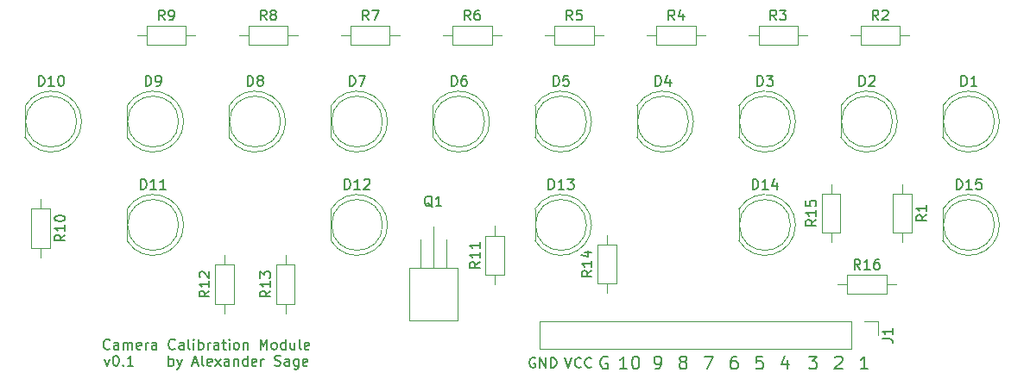
<source format=gbr>
%TF.GenerationSoftware,KiCad,Pcbnew,(6.0.9)*%
%TF.CreationDate,2023-01-08T16:32:16+01:00*%
%TF.ProjectId,led-counter,6c65642d-636f-4756-9e74-65722e6b6963,0.1*%
%TF.SameCoordinates,Original*%
%TF.FileFunction,Legend,Top*%
%TF.FilePolarity,Positive*%
%FSLAX46Y46*%
G04 Gerber Fmt 4.6, Leading zero omitted, Abs format (unit mm)*
G04 Created by KiCad (PCBNEW (6.0.9)) date 2023-01-08 16:32:16*
%MOMM*%
%LPD*%
G01*
G04 APERTURE LIST*
%ADD10C,0.150000*%
%ADD11C,0.200000*%
%ADD12C,0.120000*%
G04 APERTURE END LIST*
D10*
X60773809Y-83302142D02*
X60726190Y-83349761D01*
X60583333Y-83397380D01*
X60488095Y-83397380D01*
X60345238Y-83349761D01*
X60250000Y-83254523D01*
X60202380Y-83159285D01*
X60154761Y-82968809D01*
X60154761Y-82825952D01*
X60202380Y-82635476D01*
X60250000Y-82540238D01*
X60345238Y-82445000D01*
X60488095Y-82397380D01*
X60583333Y-82397380D01*
X60726190Y-82445000D01*
X60773809Y-82492619D01*
X61630952Y-83397380D02*
X61630952Y-82873571D01*
X61583333Y-82778333D01*
X61488095Y-82730714D01*
X61297619Y-82730714D01*
X61202380Y-82778333D01*
X61630952Y-83349761D02*
X61535714Y-83397380D01*
X61297619Y-83397380D01*
X61202380Y-83349761D01*
X61154761Y-83254523D01*
X61154761Y-83159285D01*
X61202380Y-83064047D01*
X61297619Y-83016428D01*
X61535714Y-83016428D01*
X61630952Y-82968809D01*
X62107142Y-83397380D02*
X62107142Y-82730714D01*
X62107142Y-82825952D02*
X62154761Y-82778333D01*
X62250000Y-82730714D01*
X62392857Y-82730714D01*
X62488095Y-82778333D01*
X62535714Y-82873571D01*
X62535714Y-83397380D01*
X62535714Y-82873571D02*
X62583333Y-82778333D01*
X62678571Y-82730714D01*
X62821428Y-82730714D01*
X62916666Y-82778333D01*
X62964285Y-82873571D01*
X62964285Y-83397380D01*
X63821428Y-83349761D02*
X63726190Y-83397380D01*
X63535714Y-83397380D01*
X63440476Y-83349761D01*
X63392857Y-83254523D01*
X63392857Y-82873571D01*
X63440476Y-82778333D01*
X63535714Y-82730714D01*
X63726190Y-82730714D01*
X63821428Y-82778333D01*
X63869047Y-82873571D01*
X63869047Y-82968809D01*
X63392857Y-83064047D01*
X64297619Y-83397380D02*
X64297619Y-82730714D01*
X64297619Y-82921190D02*
X64345238Y-82825952D01*
X64392857Y-82778333D01*
X64488095Y-82730714D01*
X64583333Y-82730714D01*
X65345238Y-83397380D02*
X65345238Y-82873571D01*
X65297619Y-82778333D01*
X65202380Y-82730714D01*
X65011904Y-82730714D01*
X64916666Y-82778333D01*
X65345238Y-83349761D02*
X65250000Y-83397380D01*
X65011904Y-83397380D01*
X64916666Y-83349761D01*
X64869047Y-83254523D01*
X64869047Y-83159285D01*
X64916666Y-83064047D01*
X65011904Y-83016428D01*
X65250000Y-83016428D01*
X65345238Y-82968809D01*
X67154761Y-83302142D02*
X67107142Y-83349761D01*
X66964285Y-83397380D01*
X66869047Y-83397380D01*
X66726190Y-83349761D01*
X66630952Y-83254523D01*
X66583333Y-83159285D01*
X66535714Y-82968809D01*
X66535714Y-82825952D01*
X66583333Y-82635476D01*
X66630952Y-82540238D01*
X66726190Y-82445000D01*
X66869047Y-82397380D01*
X66964285Y-82397380D01*
X67107142Y-82445000D01*
X67154761Y-82492619D01*
X68011904Y-83397380D02*
X68011904Y-82873571D01*
X67964285Y-82778333D01*
X67869047Y-82730714D01*
X67678571Y-82730714D01*
X67583333Y-82778333D01*
X68011904Y-83349761D02*
X67916666Y-83397380D01*
X67678571Y-83397380D01*
X67583333Y-83349761D01*
X67535714Y-83254523D01*
X67535714Y-83159285D01*
X67583333Y-83064047D01*
X67678571Y-83016428D01*
X67916666Y-83016428D01*
X68011904Y-82968809D01*
X68630952Y-83397380D02*
X68535714Y-83349761D01*
X68488095Y-83254523D01*
X68488095Y-82397380D01*
X69011904Y-83397380D02*
X69011904Y-82730714D01*
X69011904Y-82397380D02*
X68964285Y-82445000D01*
X69011904Y-82492619D01*
X69059523Y-82445000D01*
X69011904Y-82397380D01*
X69011904Y-82492619D01*
X69488095Y-83397380D02*
X69488095Y-82397380D01*
X69488095Y-82778333D02*
X69583333Y-82730714D01*
X69773809Y-82730714D01*
X69869047Y-82778333D01*
X69916666Y-82825952D01*
X69964285Y-82921190D01*
X69964285Y-83206904D01*
X69916666Y-83302142D01*
X69869047Y-83349761D01*
X69773809Y-83397380D01*
X69583333Y-83397380D01*
X69488095Y-83349761D01*
X70392857Y-83397380D02*
X70392857Y-82730714D01*
X70392857Y-82921190D02*
X70440476Y-82825952D01*
X70488095Y-82778333D01*
X70583333Y-82730714D01*
X70678571Y-82730714D01*
X71440476Y-83397380D02*
X71440476Y-82873571D01*
X71392857Y-82778333D01*
X71297619Y-82730714D01*
X71107142Y-82730714D01*
X71011904Y-82778333D01*
X71440476Y-83349761D02*
X71345238Y-83397380D01*
X71107142Y-83397380D01*
X71011904Y-83349761D01*
X70964285Y-83254523D01*
X70964285Y-83159285D01*
X71011904Y-83064047D01*
X71107142Y-83016428D01*
X71345238Y-83016428D01*
X71440476Y-82968809D01*
X71773809Y-82730714D02*
X72154761Y-82730714D01*
X71916666Y-82397380D02*
X71916666Y-83254523D01*
X71964285Y-83349761D01*
X72059523Y-83397380D01*
X72154761Y-83397380D01*
X72488095Y-83397380D02*
X72488095Y-82730714D01*
X72488095Y-82397380D02*
X72440476Y-82445000D01*
X72488095Y-82492619D01*
X72535714Y-82445000D01*
X72488095Y-82397380D01*
X72488095Y-82492619D01*
X73107142Y-83397380D02*
X73011904Y-83349761D01*
X72964285Y-83302142D01*
X72916666Y-83206904D01*
X72916666Y-82921190D01*
X72964285Y-82825952D01*
X73011904Y-82778333D01*
X73107142Y-82730714D01*
X73250000Y-82730714D01*
X73345238Y-82778333D01*
X73392857Y-82825952D01*
X73440476Y-82921190D01*
X73440476Y-83206904D01*
X73392857Y-83302142D01*
X73345238Y-83349761D01*
X73250000Y-83397380D01*
X73107142Y-83397380D01*
X73869047Y-82730714D02*
X73869047Y-83397380D01*
X73869047Y-82825952D02*
X73916666Y-82778333D01*
X74011904Y-82730714D01*
X74154761Y-82730714D01*
X74250000Y-82778333D01*
X74297619Y-82873571D01*
X74297619Y-83397380D01*
X75535714Y-83397380D02*
X75535714Y-82397380D01*
X75869047Y-83111666D01*
X76202380Y-82397380D01*
X76202380Y-83397380D01*
X76821428Y-83397380D02*
X76726190Y-83349761D01*
X76678571Y-83302142D01*
X76630952Y-83206904D01*
X76630952Y-82921190D01*
X76678571Y-82825952D01*
X76726190Y-82778333D01*
X76821428Y-82730714D01*
X76964285Y-82730714D01*
X77059523Y-82778333D01*
X77107142Y-82825952D01*
X77154761Y-82921190D01*
X77154761Y-83206904D01*
X77107142Y-83302142D01*
X77059523Y-83349761D01*
X76964285Y-83397380D01*
X76821428Y-83397380D01*
X78011904Y-83397380D02*
X78011904Y-82397380D01*
X78011904Y-83349761D02*
X77916666Y-83397380D01*
X77726190Y-83397380D01*
X77630952Y-83349761D01*
X77583333Y-83302142D01*
X77535714Y-83206904D01*
X77535714Y-82921190D01*
X77583333Y-82825952D01*
X77630952Y-82778333D01*
X77726190Y-82730714D01*
X77916666Y-82730714D01*
X78011904Y-82778333D01*
X78916666Y-82730714D02*
X78916666Y-83397380D01*
X78488095Y-82730714D02*
X78488095Y-83254523D01*
X78535714Y-83349761D01*
X78630952Y-83397380D01*
X78773809Y-83397380D01*
X78869047Y-83349761D01*
X78916666Y-83302142D01*
X79535714Y-83397380D02*
X79440476Y-83349761D01*
X79392857Y-83254523D01*
X79392857Y-82397380D01*
X80297619Y-83349761D02*
X80202380Y-83397380D01*
X80011904Y-83397380D01*
X79916666Y-83349761D01*
X79869047Y-83254523D01*
X79869047Y-82873571D01*
X79916666Y-82778333D01*
X80011904Y-82730714D01*
X80202380Y-82730714D01*
X80297619Y-82778333D01*
X80345238Y-82873571D01*
X80345238Y-82968809D01*
X79869047Y-83064047D01*
X60273809Y-84340714D02*
X60511904Y-85007380D01*
X60750000Y-84340714D01*
X61321428Y-84007380D02*
X61416666Y-84007380D01*
X61511904Y-84055000D01*
X61559523Y-84102619D01*
X61607142Y-84197857D01*
X61654761Y-84388333D01*
X61654761Y-84626428D01*
X61607142Y-84816904D01*
X61559523Y-84912142D01*
X61511904Y-84959761D01*
X61416666Y-85007380D01*
X61321428Y-85007380D01*
X61226190Y-84959761D01*
X61178571Y-84912142D01*
X61130952Y-84816904D01*
X61083333Y-84626428D01*
X61083333Y-84388333D01*
X61130952Y-84197857D01*
X61178571Y-84102619D01*
X61226190Y-84055000D01*
X61321428Y-84007380D01*
X62083333Y-84912142D02*
X62130952Y-84959761D01*
X62083333Y-85007380D01*
X62035714Y-84959761D01*
X62083333Y-84912142D01*
X62083333Y-85007380D01*
X63083333Y-85007380D02*
X62511904Y-85007380D01*
X62797619Y-85007380D02*
X62797619Y-84007380D01*
X62702380Y-84150238D01*
X62607142Y-84245476D01*
X62511904Y-84293095D01*
X66559523Y-85007380D02*
X66559523Y-84007380D01*
X66559523Y-84388333D02*
X66654761Y-84340714D01*
X66845238Y-84340714D01*
X66940476Y-84388333D01*
X66988095Y-84435952D01*
X67035714Y-84531190D01*
X67035714Y-84816904D01*
X66988095Y-84912142D01*
X66940476Y-84959761D01*
X66845238Y-85007380D01*
X66654761Y-85007380D01*
X66559523Y-84959761D01*
X67369047Y-84340714D02*
X67607142Y-85007380D01*
X67845238Y-84340714D02*
X67607142Y-85007380D01*
X67511904Y-85245476D01*
X67464285Y-85293095D01*
X67369047Y-85340714D01*
X68940476Y-84721666D02*
X69416666Y-84721666D01*
X68845238Y-85007380D02*
X69178571Y-84007380D01*
X69511904Y-85007380D01*
X69988095Y-85007380D02*
X69892857Y-84959761D01*
X69845238Y-84864523D01*
X69845238Y-84007380D01*
X70750000Y-84959761D02*
X70654761Y-85007380D01*
X70464285Y-85007380D01*
X70369047Y-84959761D01*
X70321428Y-84864523D01*
X70321428Y-84483571D01*
X70369047Y-84388333D01*
X70464285Y-84340714D01*
X70654761Y-84340714D01*
X70750000Y-84388333D01*
X70797619Y-84483571D01*
X70797619Y-84578809D01*
X70321428Y-84674047D01*
X71130952Y-85007380D02*
X71654761Y-84340714D01*
X71130952Y-84340714D02*
X71654761Y-85007380D01*
X72464285Y-85007380D02*
X72464285Y-84483571D01*
X72416666Y-84388333D01*
X72321428Y-84340714D01*
X72130952Y-84340714D01*
X72035714Y-84388333D01*
X72464285Y-84959761D02*
X72369047Y-85007380D01*
X72130952Y-85007380D01*
X72035714Y-84959761D01*
X71988095Y-84864523D01*
X71988095Y-84769285D01*
X72035714Y-84674047D01*
X72130952Y-84626428D01*
X72369047Y-84626428D01*
X72464285Y-84578809D01*
X72940476Y-84340714D02*
X72940476Y-85007380D01*
X72940476Y-84435952D02*
X72988095Y-84388333D01*
X73083333Y-84340714D01*
X73226190Y-84340714D01*
X73321428Y-84388333D01*
X73369047Y-84483571D01*
X73369047Y-85007380D01*
X74273809Y-85007380D02*
X74273809Y-84007380D01*
X74273809Y-84959761D02*
X74178571Y-85007380D01*
X73988095Y-85007380D01*
X73892857Y-84959761D01*
X73845238Y-84912142D01*
X73797619Y-84816904D01*
X73797619Y-84531190D01*
X73845238Y-84435952D01*
X73892857Y-84388333D01*
X73988095Y-84340714D01*
X74178571Y-84340714D01*
X74273809Y-84388333D01*
X75130952Y-84959761D02*
X75035714Y-85007380D01*
X74845238Y-85007380D01*
X74750000Y-84959761D01*
X74702380Y-84864523D01*
X74702380Y-84483571D01*
X74750000Y-84388333D01*
X74845238Y-84340714D01*
X75035714Y-84340714D01*
X75130952Y-84388333D01*
X75178571Y-84483571D01*
X75178571Y-84578809D01*
X74702380Y-84674047D01*
X75607142Y-85007380D02*
X75607142Y-84340714D01*
X75607142Y-84531190D02*
X75654761Y-84435952D01*
X75702380Y-84388333D01*
X75797619Y-84340714D01*
X75892857Y-84340714D01*
X76940476Y-84959761D02*
X77083333Y-85007380D01*
X77321428Y-85007380D01*
X77416666Y-84959761D01*
X77464285Y-84912142D01*
X77511904Y-84816904D01*
X77511904Y-84721666D01*
X77464285Y-84626428D01*
X77416666Y-84578809D01*
X77321428Y-84531190D01*
X77130952Y-84483571D01*
X77035714Y-84435952D01*
X76988095Y-84388333D01*
X76940476Y-84293095D01*
X76940476Y-84197857D01*
X76988095Y-84102619D01*
X77035714Y-84055000D01*
X77130952Y-84007380D01*
X77369047Y-84007380D01*
X77511904Y-84055000D01*
X78369047Y-85007380D02*
X78369047Y-84483571D01*
X78321428Y-84388333D01*
X78226190Y-84340714D01*
X78035714Y-84340714D01*
X77940476Y-84388333D01*
X78369047Y-84959761D02*
X78273809Y-85007380D01*
X78035714Y-85007380D01*
X77940476Y-84959761D01*
X77892857Y-84864523D01*
X77892857Y-84769285D01*
X77940476Y-84674047D01*
X78035714Y-84626428D01*
X78273809Y-84626428D01*
X78369047Y-84578809D01*
X79273809Y-84340714D02*
X79273809Y-85150238D01*
X79226190Y-85245476D01*
X79178571Y-85293095D01*
X79083333Y-85340714D01*
X78940476Y-85340714D01*
X78845238Y-85293095D01*
X79273809Y-84959761D02*
X79178571Y-85007380D01*
X78988095Y-85007380D01*
X78892857Y-84959761D01*
X78845238Y-84912142D01*
X78797619Y-84816904D01*
X78797619Y-84531190D01*
X78845238Y-84435952D01*
X78892857Y-84388333D01*
X78988095Y-84340714D01*
X79178571Y-84340714D01*
X79273809Y-84388333D01*
X80130952Y-84959761D02*
X80035714Y-85007380D01*
X79845238Y-85007380D01*
X79750000Y-84959761D01*
X79702380Y-84864523D01*
X79702380Y-84483571D01*
X79750000Y-84388333D01*
X79845238Y-84340714D01*
X80035714Y-84340714D01*
X80130952Y-84388333D01*
X80178571Y-84483571D01*
X80178571Y-84578809D01*
X79702380Y-84674047D01*
D11*
X109577380Y-84125000D02*
X109458333Y-84065476D01*
X109279761Y-84065476D01*
X109101190Y-84125000D01*
X108982142Y-84244047D01*
X108922619Y-84363095D01*
X108863095Y-84601190D01*
X108863095Y-84779761D01*
X108922619Y-85017857D01*
X108982142Y-85136904D01*
X109101190Y-85255952D01*
X109279761Y-85315476D01*
X109398809Y-85315476D01*
X109577380Y-85255952D01*
X109636904Y-85196428D01*
X109636904Y-84779761D01*
X109398809Y-84779761D01*
D10*
X102488095Y-84250000D02*
X102392857Y-84202380D01*
X102250000Y-84202380D01*
X102107142Y-84250000D01*
X102011904Y-84345238D01*
X101964285Y-84440476D01*
X101916666Y-84630952D01*
X101916666Y-84773809D01*
X101964285Y-84964285D01*
X102011904Y-85059523D01*
X102107142Y-85154761D01*
X102250000Y-85202380D01*
X102345238Y-85202380D01*
X102488095Y-85154761D01*
X102535714Y-85107142D01*
X102535714Y-84773809D01*
X102345238Y-84773809D01*
X102964285Y-85202380D02*
X102964285Y-84202380D01*
X103535714Y-85202380D01*
X103535714Y-84202380D01*
X104011904Y-85202380D02*
X104011904Y-84202380D01*
X104250000Y-84202380D01*
X104392857Y-84250000D01*
X104488095Y-84345238D01*
X104535714Y-84440476D01*
X104583333Y-84630952D01*
X104583333Y-84773809D01*
X104535714Y-84964285D01*
X104488095Y-85059523D01*
X104392857Y-85154761D01*
X104250000Y-85202380D01*
X104011904Y-85202380D01*
X105416666Y-84202380D02*
X105750000Y-85202380D01*
X106083333Y-84202380D01*
X106988095Y-85107142D02*
X106940476Y-85154761D01*
X106797619Y-85202380D01*
X106702380Y-85202380D01*
X106559523Y-85154761D01*
X106464285Y-85059523D01*
X106416666Y-84964285D01*
X106369047Y-84773809D01*
X106369047Y-84630952D01*
X106416666Y-84440476D01*
X106464285Y-84345238D01*
X106559523Y-84250000D01*
X106702380Y-84202380D01*
X106797619Y-84202380D01*
X106940476Y-84250000D01*
X106988095Y-84297619D01*
X107988095Y-85107142D02*
X107940476Y-85154761D01*
X107797619Y-85202380D01*
X107702380Y-85202380D01*
X107559523Y-85154761D01*
X107464285Y-85059523D01*
X107416666Y-84964285D01*
X107369047Y-84773809D01*
X107369047Y-84630952D01*
X107416666Y-84440476D01*
X107464285Y-84345238D01*
X107559523Y-84250000D01*
X107702380Y-84202380D01*
X107797619Y-84202380D01*
X107940476Y-84250000D01*
X107988095Y-84297619D01*
D11*
X111511904Y-85315476D02*
X110797619Y-85315476D01*
X111154761Y-85315476D02*
X111154761Y-84065476D01*
X111035714Y-84244047D01*
X110916666Y-84363095D01*
X110797619Y-84422619D01*
X112285714Y-84065476D02*
X112404761Y-84065476D01*
X112523809Y-84125000D01*
X112583333Y-84184523D01*
X112642857Y-84303571D01*
X112702380Y-84541666D01*
X112702380Y-84839285D01*
X112642857Y-85077380D01*
X112583333Y-85196428D01*
X112523809Y-85255952D01*
X112404761Y-85315476D01*
X112285714Y-85315476D01*
X112166666Y-85255952D01*
X112107142Y-85196428D01*
X112047619Y-85077380D01*
X111988095Y-84839285D01*
X111988095Y-84541666D01*
X112047619Y-84303571D01*
X112107142Y-84184523D01*
X112166666Y-84125000D01*
X112285714Y-84065476D01*
X114261904Y-85315476D02*
X114500000Y-85315476D01*
X114619047Y-85255952D01*
X114678571Y-85196428D01*
X114797619Y-85017857D01*
X114857142Y-84779761D01*
X114857142Y-84303571D01*
X114797619Y-84184523D01*
X114738095Y-84125000D01*
X114619047Y-84065476D01*
X114380952Y-84065476D01*
X114261904Y-84125000D01*
X114202380Y-84184523D01*
X114142857Y-84303571D01*
X114142857Y-84601190D01*
X114202380Y-84720238D01*
X114261904Y-84779761D01*
X114380952Y-84839285D01*
X114619047Y-84839285D01*
X114738095Y-84779761D01*
X114797619Y-84720238D01*
X114857142Y-84601190D01*
X116880952Y-84601190D02*
X116761904Y-84541666D01*
X116702380Y-84482142D01*
X116642857Y-84363095D01*
X116642857Y-84303571D01*
X116702380Y-84184523D01*
X116761904Y-84125000D01*
X116880952Y-84065476D01*
X117119047Y-84065476D01*
X117238095Y-84125000D01*
X117297619Y-84184523D01*
X117357142Y-84303571D01*
X117357142Y-84363095D01*
X117297619Y-84482142D01*
X117238095Y-84541666D01*
X117119047Y-84601190D01*
X116880952Y-84601190D01*
X116761904Y-84660714D01*
X116702380Y-84720238D01*
X116642857Y-84839285D01*
X116642857Y-85077380D01*
X116702380Y-85196428D01*
X116761904Y-85255952D01*
X116880952Y-85315476D01*
X117119047Y-85315476D01*
X117238095Y-85255952D01*
X117297619Y-85196428D01*
X117357142Y-85077380D01*
X117357142Y-84839285D01*
X117297619Y-84720238D01*
X117238095Y-84660714D01*
X117119047Y-84601190D01*
X119083333Y-84065476D02*
X119916666Y-84065476D01*
X119380952Y-85315476D01*
X122238095Y-84065476D02*
X122000000Y-84065476D01*
X121880952Y-84125000D01*
X121821428Y-84184523D01*
X121702380Y-84363095D01*
X121642857Y-84601190D01*
X121642857Y-85077380D01*
X121702380Y-85196428D01*
X121761904Y-85255952D01*
X121880952Y-85315476D01*
X122119047Y-85315476D01*
X122238095Y-85255952D01*
X122297619Y-85196428D01*
X122357142Y-85077380D01*
X122357142Y-84779761D01*
X122297619Y-84660714D01*
X122238095Y-84601190D01*
X122119047Y-84541666D01*
X121880952Y-84541666D01*
X121761904Y-84601190D01*
X121702380Y-84660714D01*
X121642857Y-84779761D01*
X124797619Y-84065476D02*
X124202380Y-84065476D01*
X124142857Y-84660714D01*
X124202380Y-84601190D01*
X124321428Y-84541666D01*
X124619047Y-84541666D01*
X124738095Y-84601190D01*
X124797619Y-84660714D01*
X124857142Y-84779761D01*
X124857142Y-85077380D01*
X124797619Y-85196428D01*
X124738095Y-85255952D01*
X124619047Y-85315476D01*
X124321428Y-85315476D01*
X124202380Y-85255952D01*
X124142857Y-85196428D01*
X127238095Y-84482142D02*
X127238095Y-85315476D01*
X126940476Y-84005952D02*
X126642857Y-84898809D01*
X127416666Y-84898809D01*
X129333333Y-84065476D02*
X130107142Y-84065476D01*
X129690476Y-84541666D01*
X129869047Y-84541666D01*
X129988095Y-84601190D01*
X130047619Y-84660714D01*
X130107142Y-84779761D01*
X130107142Y-85077380D01*
X130047619Y-85196428D01*
X129988095Y-85255952D01*
X129869047Y-85315476D01*
X129511904Y-85315476D01*
X129392857Y-85255952D01*
X129333333Y-85196428D01*
X131892857Y-84184523D02*
X131952380Y-84125000D01*
X132071428Y-84065476D01*
X132369047Y-84065476D01*
X132488095Y-84125000D01*
X132547619Y-84184523D01*
X132607142Y-84303571D01*
X132607142Y-84422619D01*
X132547619Y-84601190D01*
X131833333Y-85315476D01*
X132607142Y-85315476D01*
X135107142Y-85315476D02*
X134392857Y-85315476D01*
X134750000Y-85315476D02*
X134750000Y-84065476D01*
X134630952Y-84244047D01*
X134511904Y-84363095D01*
X134392857Y-84422619D01*
D10*
%TO.C,J1*%
X136532380Y-82333333D02*
X137246666Y-82333333D01*
X137389523Y-82380952D01*
X137484761Y-82476190D01*
X137532380Y-82619047D01*
X137532380Y-82714285D01*
X137532380Y-81333333D02*
X137532380Y-81904761D01*
X137532380Y-81619047D02*
X136532380Y-81619047D01*
X136675238Y-81714285D01*
X136770476Y-81809523D01*
X136818095Y-81904761D01*
%TO.C,Q1*%
X92404761Y-69407619D02*
X92309523Y-69360000D01*
X92214285Y-69264761D01*
X92071428Y-69121904D01*
X91976190Y-69074285D01*
X91880952Y-69074285D01*
X91928571Y-69312380D02*
X91833333Y-69264761D01*
X91738095Y-69169523D01*
X91690476Y-68979047D01*
X91690476Y-68645714D01*
X91738095Y-68455238D01*
X91833333Y-68360000D01*
X91928571Y-68312380D01*
X92119047Y-68312380D01*
X92214285Y-68360000D01*
X92309523Y-68455238D01*
X92357142Y-68645714D01*
X92357142Y-68979047D01*
X92309523Y-69169523D01*
X92214285Y-69264761D01*
X92119047Y-69312380D01*
X91928571Y-69312380D01*
X93309523Y-69312380D02*
X92738095Y-69312380D01*
X93023809Y-69312380D02*
X93023809Y-68312380D01*
X92928571Y-68455238D01*
X92833333Y-68550476D01*
X92738095Y-68598095D01*
%TO.C,R16*%
X134357142Y-75532380D02*
X134023809Y-75056190D01*
X133785714Y-75532380D02*
X133785714Y-74532380D01*
X134166666Y-74532380D01*
X134261904Y-74580000D01*
X134309523Y-74627619D01*
X134357142Y-74722857D01*
X134357142Y-74865714D01*
X134309523Y-74960952D01*
X134261904Y-75008571D01*
X134166666Y-75056190D01*
X133785714Y-75056190D01*
X135309523Y-75532380D02*
X134738095Y-75532380D01*
X135023809Y-75532380D02*
X135023809Y-74532380D01*
X134928571Y-74675238D01*
X134833333Y-74770476D01*
X134738095Y-74818095D01*
X136166666Y-74532380D02*
X135976190Y-74532380D01*
X135880952Y-74580000D01*
X135833333Y-74627619D01*
X135738095Y-74770476D01*
X135690476Y-74960952D01*
X135690476Y-75341904D01*
X135738095Y-75437142D01*
X135785714Y-75484761D01*
X135880952Y-75532380D01*
X136071428Y-75532380D01*
X136166666Y-75484761D01*
X136214285Y-75437142D01*
X136261904Y-75341904D01*
X136261904Y-75103809D01*
X136214285Y-75008571D01*
X136166666Y-74960952D01*
X136071428Y-74913333D01*
X135880952Y-74913333D01*
X135785714Y-74960952D01*
X135738095Y-75008571D01*
X135690476Y-75103809D01*
%TO.C,R15*%
X130032380Y-70642857D02*
X129556190Y-70976190D01*
X130032380Y-71214285D02*
X129032380Y-71214285D01*
X129032380Y-70833333D01*
X129080000Y-70738095D01*
X129127619Y-70690476D01*
X129222857Y-70642857D01*
X129365714Y-70642857D01*
X129460952Y-70690476D01*
X129508571Y-70738095D01*
X129556190Y-70833333D01*
X129556190Y-71214285D01*
X130032380Y-69690476D02*
X130032380Y-70261904D01*
X130032380Y-69976190D02*
X129032380Y-69976190D01*
X129175238Y-70071428D01*
X129270476Y-70166666D01*
X129318095Y-70261904D01*
X129032380Y-68785714D02*
X129032380Y-69261904D01*
X129508571Y-69309523D01*
X129460952Y-69261904D01*
X129413333Y-69166666D01*
X129413333Y-68928571D01*
X129460952Y-68833333D01*
X129508571Y-68785714D01*
X129603809Y-68738095D01*
X129841904Y-68738095D01*
X129937142Y-68785714D01*
X129984761Y-68833333D01*
X130032380Y-68928571D01*
X130032380Y-69166666D01*
X129984761Y-69261904D01*
X129937142Y-69309523D01*
%TO.C,R14*%
X108032380Y-75642857D02*
X107556190Y-75976190D01*
X108032380Y-76214285D02*
X107032380Y-76214285D01*
X107032380Y-75833333D01*
X107080000Y-75738095D01*
X107127619Y-75690476D01*
X107222857Y-75642857D01*
X107365714Y-75642857D01*
X107460952Y-75690476D01*
X107508571Y-75738095D01*
X107556190Y-75833333D01*
X107556190Y-76214285D01*
X108032380Y-74690476D02*
X108032380Y-75261904D01*
X108032380Y-74976190D02*
X107032380Y-74976190D01*
X107175238Y-75071428D01*
X107270476Y-75166666D01*
X107318095Y-75261904D01*
X107365714Y-73833333D02*
X108032380Y-73833333D01*
X106984761Y-74071428D02*
X107699047Y-74309523D01*
X107699047Y-73690476D01*
%TO.C,R13*%
X76532380Y-77642857D02*
X76056190Y-77976190D01*
X76532380Y-78214285D02*
X75532380Y-78214285D01*
X75532380Y-77833333D01*
X75580000Y-77738095D01*
X75627619Y-77690476D01*
X75722857Y-77642857D01*
X75865714Y-77642857D01*
X75960952Y-77690476D01*
X76008571Y-77738095D01*
X76056190Y-77833333D01*
X76056190Y-78214285D01*
X76532380Y-76690476D02*
X76532380Y-77261904D01*
X76532380Y-76976190D02*
X75532380Y-76976190D01*
X75675238Y-77071428D01*
X75770476Y-77166666D01*
X75818095Y-77261904D01*
X75532380Y-76357142D02*
X75532380Y-75738095D01*
X75913333Y-76071428D01*
X75913333Y-75928571D01*
X75960952Y-75833333D01*
X76008571Y-75785714D01*
X76103809Y-75738095D01*
X76341904Y-75738095D01*
X76437142Y-75785714D01*
X76484761Y-75833333D01*
X76532380Y-75928571D01*
X76532380Y-76214285D01*
X76484761Y-76309523D01*
X76437142Y-76357142D01*
%TO.C,R12*%
X70532380Y-77642857D02*
X70056190Y-77976190D01*
X70532380Y-78214285D02*
X69532380Y-78214285D01*
X69532380Y-77833333D01*
X69580000Y-77738095D01*
X69627619Y-77690476D01*
X69722857Y-77642857D01*
X69865714Y-77642857D01*
X69960952Y-77690476D01*
X70008571Y-77738095D01*
X70056190Y-77833333D01*
X70056190Y-78214285D01*
X70532380Y-76690476D02*
X70532380Y-77261904D01*
X70532380Y-76976190D02*
X69532380Y-76976190D01*
X69675238Y-77071428D01*
X69770476Y-77166666D01*
X69818095Y-77261904D01*
X69627619Y-76309523D02*
X69580000Y-76261904D01*
X69532380Y-76166666D01*
X69532380Y-75928571D01*
X69580000Y-75833333D01*
X69627619Y-75785714D01*
X69722857Y-75738095D01*
X69818095Y-75738095D01*
X69960952Y-75785714D01*
X70532380Y-76357142D01*
X70532380Y-75738095D01*
%TO.C,R11*%
X97047350Y-74784421D02*
X96571160Y-75117754D01*
X97047350Y-75355849D02*
X96047350Y-75355849D01*
X96047350Y-74974897D01*
X96094970Y-74879659D01*
X96142589Y-74832040D01*
X96237827Y-74784421D01*
X96380684Y-74784421D01*
X96475922Y-74832040D01*
X96523541Y-74879659D01*
X96571160Y-74974897D01*
X96571160Y-75355849D01*
X97047350Y-73832040D02*
X97047350Y-74403468D01*
X97047350Y-74117754D02*
X96047350Y-74117754D01*
X96190208Y-74212992D01*
X96285446Y-74308230D01*
X96333065Y-74403468D01*
X97047350Y-72879659D02*
X97047350Y-73451087D01*
X97047350Y-73165373D02*
X96047350Y-73165373D01*
X96190208Y-73260611D01*
X96285446Y-73355849D01*
X96333065Y-73451087D01*
%TO.C,R10*%
X56372380Y-72142857D02*
X55896190Y-72476190D01*
X56372380Y-72714285D02*
X55372380Y-72714285D01*
X55372380Y-72333333D01*
X55420000Y-72238095D01*
X55467619Y-72190476D01*
X55562857Y-72142857D01*
X55705714Y-72142857D01*
X55800952Y-72190476D01*
X55848571Y-72238095D01*
X55896190Y-72333333D01*
X55896190Y-72714285D01*
X56372380Y-71190476D02*
X56372380Y-71761904D01*
X56372380Y-71476190D02*
X55372380Y-71476190D01*
X55515238Y-71571428D01*
X55610476Y-71666666D01*
X55658095Y-71761904D01*
X55372380Y-70571428D02*
X55372380Y-70476190D01*
X55420000Y-70380952D01*
X55467619Y-70333333D01*
X55562857Y-70285714D01*
X55753333Y-70238095D01*
X55991428Y-70238095D01*
X56181904Y-70285714D01*
X56277142Y-70333333D01*
X56324761Y-70380952D01*
X56372380Y-70476190D01*
X56372380Y-70571428D01*
X56324761Y-70666666D01*
X56277142Y-70714285D01*
X56181904Y-70761904D01*
X55991428Y-70809523D01*
X55753333Y-70809523D01*
X55562857Y-70761904D01*
X55467619Y-70714285D01*
X55420000Y-70666666D01*
X55372380Y-70571428D01*
%TO.C,R9*%
X66143333Y-51032380D02*
X65810000Y-50556190D01*
X65571904Y-51032380D02*
X65571904Y-50032380D01*
X65952857Y-50032380D01*
X66048095Y-50080000D01*
X66095714Y-50127619D01*
X66143333Y-50222857D01*
X66143333Y-50365714D01*
X66095714Y-50460952D01*
X66048095Y-50508571D01*
X65952857Y-50556190D01*
X65571904Y-50556190D01*
X66619523Y-51032380D02*
X66810000Y-51032380D01*
X66905238Y-50984761D01*
X66952857Y-50937142D01*
X67048095Y-50794285D01*
X67095714Y-50603809D01*
X67095714Y-50222857D01*
X67048095Y-50127619D01*
X67000476Y-50080000D01*
X66905238Y-50032380D01*
X66714761Y-50032380D01*
X66619523Y-50080000D01*
X66571904Y-50127619D01*
X66524285Y-50222857D01*
X66524285Y-50460952D01*
X66571904Y-50556190D01*
X66619523Y-50603809D01*
X66714761Y-50651428D01*
X66905238Y-50651428D01*
X67000476Y-50603809D01*
X67048095Y-50556190D01*
X67095714Y-50460952D01*
%TO.C,R8*%
X76143333Y-51032380D02*
X75810000Y-50556190D01*
X75571904Y-51032380D02*
X75571904Y-50032380D01*
X75952857Y-50032380D01*
X76048095Y-50080000D01*
X76095714Y-50127619D01*
X76143333Y-50222857D01*
X76143333Y-50365714D01*
X76095714Y-50460952D01*
X76048095Y-50508571D01*
X75952857Y-50556190D01*
X75571904Y-50556190D01*
X76714761Y-50460952D02*
X76619523Y-50413333D01*
X76571904Y-50365714D01*
X76524285Y-50270476D01*
X76524285Y-50222857D01*
X76571904Y-50127619D01*
X76619523Y-50080000D01*
X76714761Y-50032380D01*
X76905238Y-50032380D01*
X77000476Y-50080000D01*
X77048095Y-50127619D01*
X77095714Y-50222857D01*
X77095714Y-50270476D01*
X77048095Y-50365714D01*
X77000476Y-50413333D01*
X76905238Y-50460952D01*
X76714761Y-50460952D01*
X76619523Y-50508571D01*
X76571904Y-50556190D01*
X76524285Y-50651428D01*
X76524285Y-50841904D01*
X76571904Y-50937142D01*
X76619523Y-50984761D01*
X76714761Y-51032380D01*
X76905238Y-51032380D01*
X77000476Y-50984761D01*
X77048095Y-50937142D01*
X77095714Y-50841904D01*
X77095714Y-50651428D01*
X77048095Y-50556190D01*
X77000476Y-50508571D01*
X76905238Y-50460952D01*
%TO.C,R7*%
X86143333Y-51032380D02*
X85810000Y-50556190D01*
X85571904Y-51032380D02*
X85571904Y-50032380D01*
X85952857Y-50032380D01*
X86048095Y-50080000D01*
X86095714Y-50127619D01*
X86143333Y-50222857D01*
X86143333Y-50365714D01*
X86095714Y-50460952D01*
X86048095Y-50508571D01*
X85952857Y-50556190D01*
X85571904Y-50556190D01*
X86476666Y-50032380D02*
X87143333Y-50032380D01*
X86714761Y-51032380D01*
%TO.C,R6*%
X96143333Y-51032380D02*
X95810000Y-50556190D01*
X95571904Y-51032380D02*
X95571904Y-50032380D01*
X95952857Y-50032380D01*
X96048095Y-50080000D01*
X96095714Y-50127619D01*
X96143333Y-50222857D01*
X96143333Y-50365714D01*
X96095714Y-50460952D01*
X96048095Y-50508571D01*
X95952857Y-50556190D01*
X95571904Y-50556190D01*
X97000476Y-50032380D02*
X96810000Y-50032380D01*
X96714761Y-50080000D01*
X96667142Y-50127619D01*
X96571904Y-50270476D01*
X96524285Y-50460952D01*
X96524285Y-50841904D01*
X96571904Y-50937142D01*
X96619523Y-50984761D01*
X96714761Y-51032380D01*
X96905238Y-51032380D01*
X97000476Y-50984761D01*
X97048095Y-50937142D01*
X97095714Y-50841904D01*
X97095714Y-50603809D01*
X97048095Y-50508571D01*
X97000476Y-50460952D01*
X96905238Y-50413333D01*
X96714761Y-50413333D01*
X96619523Y-50460952D01*
X96571904Y-50508571D01*
X96524285Y-50603809D01*
%TO.C,R5*%
X106143333Y-51032380D02*
X105810000Y-50556190D01*
X105571904Y-51032380D02*
X105571904Y-50032380D01*
X105952857Y-50032380D01*
X106048095Y-50080000D01*
X106095714Y-50127619D01*
X106143333Y-50222857D01*
X106143333Y-50365714D01*
X106095714Y-50460952D01*
X106048095Y-50508571D01*
X105952857Y-50556190D01*
X105571904Y-50556190D01*
X107048095Y-50032380D02*
X106571904Y-50032380D01*
X106524285Y-50508571D01*
X106571904Y-50460952D01*
X106667142Y-50413333D01*
X106905238Y-50413333D01*
X107000476Y-50460952D01*
X107048095Y-50508571D01*
X107095714Y-50603809D01*
X107095714Y-50841904D01*
X107048095Y-50937142D01*
X107000476Y-50984761D01*
X106905238Y-51032380D01*
X106667142Y-51032380D01*
X106571904Y-50984761D01*
X106524285Y-50937142D01*
%TO.C,R4*%
X116143333Y-51032380D02*
X115810000Y-50556190D01*
X115571904Y-51032380D02*
X115571904Y-50032380D01*
X115952857Y-50032380D01*
X116048095Y-50080000D01*
X116095714Y-50127619D01*
X116143333Y-50222857D01*
X116143333Y-50365714D01*
X116095714Y-50460952D01*
X116048095Y-50508571D01*
X115952857Y-50556190D01*
X115571904Y-50556190D01*
X117000476Y-50365714D02*
X117000476Y-51032380D01*
X116762380Y-49984761D02*
X116524285Y-50699047D01*
X117143333Y-50699047D01*
%TO.C,R3*%
X126143333Y-51032380D02*
X125810000Y-50556190D01*
X125571904Y-51032380D02*
X125571904Y-50032380D01*
X125952857Y-50032380D01*
X126048095Y-50080000D01*
X126095714Y-50127619D01*
X126143333Y-50222857D01*
X126143333Y-50365714D01*
X126095714Y-50460952D01*
X126048095Y-50508571D01*
X125952857Y-50556190D01*
X125571904Y-50556190D01*
X126476666Y-50032380D02*
X127095714Y-50032380D01*
X126762380Y-50413333D01*
X126905238Y-50413333D01*
X127000476Y-50460952D01*
X127048095Y-50508571D01*
X127095714Y-50603809D01*
X127095714Y-50841904D01*
X127048095Y-50937142D01*
X127000476Y-50984761D01*
X126905238Y-51032380D01*
X126619523Y-51032380D01*
X126524285Y-50984761D01*
X126476666Y-50937142D01*
%TO.C,R2*%
X136143333Y-51032380D02*
X135810000Y-50556190D01*
X135571904Y-51032380D02*
X135571904Y-50032380D01*
X135952857Y-50032380D01*
X136048095Y-50080000D01*
X136095714Y-50127619D01*
X136143333Y-50222857D01*
X136143333Y-50365714D01*
X136095714Y-50460952D01*
X136048095Y-50508571D01*
X135952857Y-50556190D01*
X135571904Y-50556190D01*
X136524285Y-50127619D02*
X136571904Y-50080000D01*
X136667142Y-50032380D01*
X136905238Y-50032380D01*
X137000476Y-50080000D01*
X137048095Y-50127619D01*
X137095714Y-50222857D01*
X137095714Y-50318095D01*
X137048095Y-50460952D01*
X136476666Y-51032380D01*
X137095714Y-51032380D01*
%TO.C,R1*%
X140872380Y-70166666D02*
X140396190Y-70500000D01*
X140872380Y-70738095D02*
X139872380Y-70738095D01*
X139872380Y-70357142D01*
X139920000Y-70261904D01*
X139967619Y-70214285D01*
X140062857Y-70166666D01*
X140205714Y-70166666D01*
X140300952Y-70214285D01*
X140348571Y-70261904D01*
X140396190Y-70357142D01*
X140396190Y-70738095D01*
X140872380Y-69214285D02*
X140872380Y-69785714D01*
X140872380Y-69500000D02*
X139872380Y-69500000D01*
X140015238Y-69595238D01*
X140110476Y-69690476D01*
X140158095Y-69785714D01*
%TO.C,D14*%
X123805714Y-67652380D02*
X123805714Y-66652380D01*
X124043809Y-66652380D01*
X124186666Y-66700000D01*
X124281904Y-66795238D01*
X124329523Y-66890476D01*
X124377142Y-67080952D01*
X124377142Y-67223809D01*
X124329523Y-67414285D01*
X124281904Y-67509523D01*
X124186666Y-67604761D01*
X124043809Y-67652380D01*
X123805714Y-67652380D01*
X125329523Y-67652380D02*
X124758095Y-67652380D01*
X125043809Y-67652380D02*
X125043809Y-66652380D01*
X124948571Y-66795238D01*
X124853333Y-66890476D01*
X124758095Y-66938095D01*
X126186666Y-66985714D02*
X126186666Y-67652380D01*
X125948571Y-66604761D02*
X125710476Y-67319047D01*
X126329523Y-67319047D01*
%TO.C,D15*%
X143805714Y-67652380D02*
X143805714Y-66652380D01*
X144043809Y-66652380D01*
X144186666Y-66700000D01*
X144281904Y-66795238D01*
X144329523Y-66890476D01*
X144377142Y-67080952D01*
X144377142Y-67223809D01*
X144329523Y-67414285D01*
X144281904Y-67509523D01*
X144186666Y-67604761D01*
X144043809Y-67652380D01*
X143805714Y-67652380D01*
X145329523Y-67652380D02*
X144758095Y-67652380D01*
X145043809Y-67652380D02*
X145043809Y-66652380D01*
X144948571Y-66795238D01*
X144853333Y-66890476D01*
X144758095Y-66938095D01*
X146234285Y-66652380D02*
X145758095Y-66652380D01*
X145710476Y-67128571D01*
X145758095Y-67080952D01*
X145853333Y-67033333D01*
X146091428Y-67033333D01*
X146186666Y-67080952D01*
X146234285Y-67128571D01*
X146281904Y-67223809D01*
X146281904Y-67461904D01*
X146234285Y-67557142D01*
X146186666Y-67604761D01*
X146091428Y-67652380D01*
X145853333Y-67652380D01*
X145758095Y-67604761D01*
X145710476Y-67557142D01*
%TO.C,D9*%
X64281904Y-57492380D02*
X64281904Y-56492380D01*
X64520000Y-56492380D01*
X64662857Y-56540000D01*
X64758095Y-56635238D01*
X64805714Y-56730476D01*
X64853333Y-56920952D01*
X64853333Y-57063809D01*
X64805714Y-57254285D01*
X64758095Y-57349523D01*
X64662857Y-57444761D01*
X64520000Y-57492380D01*
X64281904Y-57492380D01*
X65329523Y-57492380D02*
X65520000Y-57492380D01*
X65615238Y-57444761D01*
X65662857Y-57397142D01*
X65758095Y-57254285D01*
X65805714Y-57063809D01*
X65805714Y-56682857D01*
X65758095Y-56587619D01*
X65710476Y-56540000D01*
X65615238Y-56492380D01*
X65424761Y-56492380D01*
X65329523Y-56540000D01*
X65281904Y-56587619D01*
X65234285Y-56682857D01*
X65234285Y-56920952D01*
X65281904Y-57016190D01*
X65329523Y-57063809D01*
X65424761Y-57111428D01*
X65615238Y-57111428D01*
X65710476Y-57063809D01*
X65758095Y-57016190D01*
X65805714Y-56920952D01*
%TO.C,D8*%
X74281904Y-57492380D02*
X74281904Y-56492380D01*
X74520000Y-56492380D01*
X74662857Y-56540000D01*
X74758095Y-56635238D01*
X74805714Y-56730476D01*
X74853333Y-56920952D01*
X74853333Y-57063809D01*
X74805714Y-57254285D01*
X74758095Y-57349523D01*
X74662857Y-57444761D01*
X74520000Y-57492380D01*
X74281904Y-57492380D01*
X75424761Y-56920952D02*
X75329523Y-56873333D01*
X75281904Y-56825714D01*
X75234285Y-56730476D01*
X75234285Y-56682857D01*
X75281904Y-56587619D01*
X75329523Y-56540000D01*
X75424761Y-56492380D01*
X75615238Y-56492380D01*
X75710476Y-56540000D01*
X75758095Y-56587619D01*
X75805714Y-56682857D01*
X75805714Y-56730476D01*
X75758095Y-56825714D01*
X75710476Y-56873333D01*
X75615238Y-56920952D01*
X75424761Y-56920952D01*
X75329523Y-56968571D01*
X75281904Y-57016190D01*
X75234285Y-57111428D01*
X75234285Y-57301904D01*
X75281904Y-57397142D01*
X75329523Y-57444761D01*
X75424761Y-57492380D01*
X75615238Y-57492380D01*
X75710476Y-57444761D01*
X75758095Y-57397142D01*
X75805714Y-57301904D01*
X75805714Y-57111428D01*
X75758095Y-57016190D01*
X75710476Y-56968571D01*
X75615238Y-56920952D01*
%TO.C,D7*%
X84281904Y-57492380D02*
X84281904Y-56492380D01*
X84520000Y-56492380D01*
X84662857Y-56540000D01*
X84758095Y-56635238D01*
X84805714Y-56730476D01*
X84853333Y-56920952D01*
X84853333Y-57063809D01*
X84805714Y-57254285D01*
X84758095Y-57349523D01*
X84662857Y-57444761D01*
X84520000Y-57492380D01*
X84281904Y-57492380D01*
X85186666Y-56492380D02*
X85853333Y-56492380D01*
X85424761Y-57492380D01*
%TO.C,D5*%
X104281904Y-57492380D02*
X104281904Y-56492380D01*
X104520000Y-56492380D01*
X104662857Y-56540000D01*
X104758095Y-56635238D01*
X104805714Y-56730476D01*
X104853333Y-56920952D01*
X104853333Y-57063809D01*
X104805714Y-57254285D01*
X104758095Y-57349523D01*
X104662857Y-57444761D01*
X104520000Y-57492380D01*
X104281904Y-57492380D01*
X105758095Y-56492380D02*
X105281904Y-56492380D01*
X105234285Y-56968571D01*
X105281904Y-56920952D01*
X105377142Y-56873333D01*
X105615238Y-56873333D01*
X105710476Y-56920952D01*
X105758095Y-56968571D01*
X105805714Y-57063809D01*
X105805714Y-57301904D01*
X105758095Y-57397142D01*
X105710476Y-57444761D01*
X105615238Y-57492380D01*
X105377142Y-57492380D01*
X105281904Y-57444761D01*
X105234285Y-57397142D01*
%TO.C,D1*%
X144281904Y-57492380D02*
X144281904Y-56492380D01*
X144520000Y-56492380D01*
X144662857Y-56540000D01*
X144758095Y-56635238D01*
X144805714Y-56730476D01*
X144853333Y-56920952D01*
X144853333Y-57063809D01*
X144805714Y-57254285D01*
X144758095Y-57349523D01*
X144662857Y-57444761D01*
X144520000Y-57492380D01*
X144281904Y-57492380D01*
X145805714Y-57492380D02*
X145234285Y-57492380D01*
X145520000Y-57492380D02*
X145520000Y-56492380D01*
X145424761Y-56635238D01*
X145329523Y-56730476D01*
X145234285Y-56778095D01*
%TO.C,D11*%
X63805714Y-67652380D02*
X63805714Y-66652380D01*
X64043809Y-66652380D01*
X64186666Y-66700000D01*
X64281904Y-66795238D01*
X64329523Y-66890476D01*
X64377142Y-67080952D01*
X64377142Y-67223809D01*
X64329523Y-67414285D01*
X64281904Y-67509523D01*
X64186666Y-67604761D01*
X64043809Y-67652380D01*
X63805714Y-67652380D01*
X65329523Y-67652380D02*
X64758095Y-67652380D01*
X65043809Y-67652380D02*
X65043809Y-66652380D01*
X64948571Y-66795238D01*
X64853333Y-66890476D01*
X64758095Y-66938095D01*
X66281904Y-67652380D02*
X65710476Y-67652380D01*
X65996190Y-67652380D02*
X65996190Y-66652380D01*
X65900952Y-66795238D01*
X65805714Y-66890476D01*
X65710476Y-66938095D01*
%TO.C,D10*%
X53805714Y-57492380D02*
X53805714Y-56492380D01*
X54043809Y-56492380D01*
X54186666Y-56540000D01*
X54281904Y-56635238D01*
X54329523Y-56730476D01*
X54377142Y-56920952D01*
X54377142Y-57063809D01*
X54329523Y-57254285D01*
X54281904Y-57349523D01*
X54186666Y-57444761D01*
X54043809Y-57492380D01*
X53805714Y-57492380D01*
X55329523Y-57492380D02*
X54758095Y-57492380D01*
X55043809Y-57492380D02*
X55043809Y-56492380D01*
X54948571Y-56635238D01*
X54853333Y-56730476D01*
X54758095Y-56778095D01*
X55948571Y-56492380D02*
X56043809Y-56492380D01*
X56139047Y-56540000D01*
X56186666Y-56587619D01*
X56234285Y-56682857D01*
X56281904Y-56873333D01*
X56281904Y-57111428D01*
X56234285Y-57301904D01*
X56186666Y-57397142D01*
X56139047Y-57444761D01*
X56043809Y-57492380D01*
X55948571Y-57492380D01*
X55853333Y-57444761D01*
X55805714Y-57397142D01*
X55758095Y-57301904D01*
X55710476Y-57111428D01*
X55710476Y-56873333D01*
X55758095Y-56682857D01*
X55805714Y-56587619D01*
X55853333Y-56540000D01*
X55948571Y-56492380D01*
%TO.C,D12*%
X83805714Y-67652380D02*
X83805714Y-66652380D01*
X84043809Y-66652380D01*
X84186666Y-66700000D01*
X84281904Y-66795238D01*
X84329523Y-66890476D01*
X84377142Y-67080952D01*
X84377142Y-67223809D01*
X84329523Y-67414285D01*
X84281904Y-67509523D01*
X84186666Y-67604761D01*
X84043809Y-67652380D01*
X83805714Y-67652380D01*
X85329523Y-67652380D02*
X84758095Y-67652380D01*
X85043809Y-67652380D02*
X85043809Y-66652380D01*
X84948571Y-66795238D01*
X84853333Y-66890476D01*
X84758095Y-66938095D01*
X85710476Y-66747619D02*
X85758095Y-66700000D01*
X85853333Y-66652380D01*
X86091428Y-66652380D01*
X86186666Y-66700000D01*
X86234285Y-66747619D01*
X86281904Y-66842857D01*
X86281904Y-66938095D01*
X86234285Y-67080952D01*
X85662857Y-67652380D01*
X86281904Y-67652380D01*
%TO.C,D13*%
X103805714Y-67652380D02*
X103805714Y-66652380D01*
X104043809Y-66652380D01*
X104186666Y-66700000D01*
X104281904Y-66795238D01*
X104329523Y-66890476D01*
X104377142Y-67080952D01*
X104377142Y-67223809D01*
X104329523Y-67414285D01*
X104281904Y-67509523D01*
X104186666Y-67604761D01*
X104043809Y-67652380D01*
X103805714Y-67652380D01*
X105329523Y-67652380D02*
X104758095Y-67652380D01*
X105043809Y-67652380D02*
X105043809Y-66652380D01*
X104948571Y-66795238D01*
X104853333Y-66890476D01*
X104758095Y-66938095D01*
X105662857Y-66652380D02*
X106281904Y-66652380D01*
X105948571Y-67033333D01*
X106091428Y-67033333D01*
X106186666Y-67080952D01*
X106234285Y-67128571D01*
X106281904Y-67223809D01*
X106281904Y-67461904D01*
X106234285Y-67557142D01*
X106186666Y-67604761D01*
X106091428Y-67652380D01*
X105805714Y-67652380D01*
X105710476Y-67604761D01*
X105662857Y-67557142D01*
%TO.C,D2*%
X134281904Y-57492380D02*
X134281904Y-56492380D01*
X134520000Y-56492380D01*
X134662857Y-56540000D01*
X134758095Y-56635238D01*
X134805714Y-56730476D01*
X134853333Y-56920952D01*
X134853333Y-57063809D01*
X134805714Y-57254285D01*
X134758095Y-57349523D01*
X134662857Y-57444761D01*
X134520000Y-57492380D01*
X134281904Y-57492380D01*
X135234285Y-56587619D02*
X135281904Y-56540000D01*
X135377142Y-56492380D01*
X135615238Y-56492380D01*
X135710476Y-56540000D01*
X135758095Y-56587619D01*
X135805714Y-56682857D01*
X135805714Y-56778095D01*
X135758095Y-56920952D01*
X135186666Y-57492380D01*
X135805714Y-57492380D01*
%TO.C,D3*%
X124281904Y-57492380D02*
X124281904Y-56492380D01*
X124520000Y-56492380D01*
X124662857Y-56540000D01*
X124758095Y-56635238D01*
X124805714Y-56730476D01*
X124853333Y-56920952D01*
X124853333Y-57063809D01*
X124805714Y-57254285D01*
X124758095Y-57349523D01*
X124662857Y-57444761D01*
X124520000Y-57492380D01*
X124281904Y-57492380D01*
X125186666Y-56492380D02*
X125805714Y-56492380D01*
X125472380Y-56873333D01*
X125615238Y-56873333D01*
X125710476Y-56920952D01*
X125758095Y-56968571D01*
X125805714Y-57063809D01*
X125805714Y-57301904D01*
X125758095Y-57397142D01*
X125710476Y-57444761D01*
X125615238Y-57492380D01*
X125329523Y-57492380D01*
X125234285Y-57444761D01*
X125186666Y-57397142D01*
%TO.C,D4*%
X114281904Y-57492380D02*
X114281904Y-56492380D01*
X114520000Y-56492380D01*
X114662857Y-56540000D01*
X114758095Y-56635238D01*
X114805714Y-56730476D01*
X114853333Y-56920952D01*
X114853333Y-57063809D01*
X114805714Y-57254285D01*
X114758095Y-57349523D01*
X114662857Y-57444761D01*
X114520000Y-57492380D01*
X114281904Y-57492380D01*
X115710476Y-56825714D02*
X115710476Y-57492380D01*
X115472380Y-56444761D02*
X115234285Y-57159047D01*
X115853333Y-57159047D01*
%TO.C,D6*%
X94281904Y-57492380D02*
X94281904Y-56492380D01*
X94520000Y-56492380D01*
X94662857Y-56540000D01*
X94758095Y-56635238D01*
X94805714Y-56730476D01*
X94853333Y-56920952D01*
X94853333Y-57063809D01*
X94805714Y-57254285D01*
X94758095Y-57349523D01*
X94662857Y-57444761D01*
X94520000Y-57492380D01*
X94281904Y-57492380D01*
X95710476Y-56492380D02*
X95520000Y-56492380D01*
X95424761Y-56540000D01*
X95377142Y-56587619D01*
X95281904Y-56730476D01*
X95234285Y-56920952D01*
X95234285Y-57301904D01*
X95281904Y-57397142D01*
X95329523Y-57444761D01*
X95424761Y-57492380D01*
X95615238Y-57492380D01*
X95710476Y-57444761D01*
X95758095Y-57397142D01*
X95805714Y-57301904D01*
X95805714Y-57063809D01*
X95758095Y-56968571D01*
X95710476Y-56920952D01*
X95615238Y-56873333D01*
X95424761Y-56873333D01*
X95329523Y-56920952D01*
X95281904Y-56968571D01*
X95234285Y-57063809D01*
D12*
%TO.C,J1*%
X133480000Y-83330000D02*
X102940000Y-83330000D01*
X134750000Y-80670000D02*
X136080000Y-80670000D01*
X136080000Y-80670000D02*
X136080000Y-82000000D01*
X133480000Y-80670000D02*
X102940000Y-80670000D01*
X102940000Y-80670000D02*
X102940000Y-83330000D01*
X133480000Y-80670000D02*
X133480000Y-83330000D01*
%TO.C,Q1*%
X94900000Y-75340000D02*
X94900000Y-80530000D01*
X90100000Y-75340000D02*
X94900000Y-75340000D01*
X94900000Y-80530000D02*
X90100000Y-80530000D01*
X93770000Y-72550000D02*
X93770000Y-75340000D01*
X91230000Y-72550000D02*
X91230000Y-75340000D01*
X92500000Y-71280000D02*
X92500000Y-75340000D01*
X90100000Y-80530000D02*
X90100000Y-75340000D01*
%TO.C,R16*%
X132130000Y-77000000D02*
X133080000Y-77000000D01*
X133080000Y-76080000D02*
X133080000Y-77920000D01*
X137870000Y-77000000D02*
X136920000Y-77000000D01*
X133080000Y-77920000D02*
X136920000Y-77920000D01*
X136920000Y-76080000D02*
X133080000Y-76080000D01*
X136920000Y-77920000D02*
X136920000Y-76080000D01*
%TO.C,R15*%
X132420000Y-68080000D02*
X130580000Y-68080000D01*
X130580000Y-68080000D02*
X130580000Y-71920000D01*
X132420000Y-71920000D02*
X132420000Y-68080000D01*
X131500000Y-67130000D02*
X131500000Y-68080000D01*
X130580000Y-71920000D02*
X132420000Y-71920000D01*
X131500000Y-72870000D02*
X131500000Y-71920000D01*
%TO.C,R14*%
X110420000Y-73080000D02*
X108580000Y-73080000D01*
X108580000Y-73080000D02*
X108580000Y-76920000D01*
X110420000Y-76920000D02*
X110420000Y-73080000D01*
X109500000Y-72130000D02*
X109500000Y-73080000D01*
X108580000Y-76920000D02*
X110420000Y-76920000D01*
X109500000Y-77870000D02*
X109500000Y-76920000D01*
%TO.C,R13*%
X78920000Y-75080000D02*
X77080000Y-75080000D01*
X77080000Y-75080000D02*
X77080000Y-78920000D01*
X78920000Y-78920000D02*
X78920000Y-75080000D01*
X78000000Y-74130000D02*
X78000000Y-75080000D01*
X77080000Y-78920000D02*
X78920000Y-78920000D01*
X78000000Y-79870000D02*
X78000000Y-78920000D01*
%TO.C,R12*%
X72000000Y-79870000D02*
X72000000Y-78920000D01*
X71080000Y-78920000D02*
X72920000Y-78920000D01*
X72000000Y-74130000D02*
X72000000Y-75080000D01*
X72920000Y-78920000D02*
X72920000Y-75080000D01*
X71080000Y-75080000D02*
X71080000Y-78920000D01*
X72920000Y-75080000D02*
X71080000Y-75080000D01*
%TO.C,R11*%
X99434970Y-72221564D02*
X97594970Y-72221564D01*
X97594970Y-72221564D02*
X97594970Y-76061564D01*
X99434970Y-76061564D02*
X99434970Y-72221564D01*
X98514970Y-71271564D02*
X98514970Y-72221564D01*
X97594970Y-76061564D02*
X99434970Y-76061564D01*
X98514970Y-77011564D02*
X98514970Y-76061564D01*
%TO.C,R10*%
X54000000Y-68630000D02*
X54000000Y-69580000D01*
X54920000Y-69580000D02*
X53080000Y-69580000D01*
X54000000Y-74370000D02*
X54000000Y-73420000D01*
X53080000Y-69580000D02*
X53080000Y-73420000D01*
X54920000Y-73420000D02*
X54920000Y-69580000D01*
X53080000Y-73420000D02*
X54920000Y-73420000D01*
%TO.C,R9*%
X68230000Y-53420000D02*
X68230000Y-51580000D01*
X68230000Y-51580000D02*
X64390000Y-51580000D01*
X64390000Y-53420000D02*
X68230000Y-53420000D01*
X69180000Y-52500000D02*
X68230000Y-52500000D01*
X64390000Y-51580000D02*
X64390000Y-53420000D01*
X63440000Y-52500000D02*
X64390000Y-52500000D01*
%TO.C,R8*%
X78230000Y-53420000D02*
X78230000Y-51580000D01*
X78230000Y-51580000D02*
X74390000Y-51580000D01*
X74390000Y-53420000D02*
X78230000Y-53420000D01*
X79180000Y-52500000D02*
X78230000Y-52500000D01*
X74390000Y-51580000D02*
X74390000Y-53420000D01*
X73440000Y-52500000D02*
X74390000Y-52500000D01*
%TO.C,R7*%
X88230000Y-53420000D02*
X88230000Y-51580000D01*
X88230000Y-51580000D02*
X84390000Y-51580000D01*
X84390000Y-53420000D02*
X88230000Y-53420000D01*
X89180000Y-52500000D02*
X88230000Y-52500000D01*
X84390000Y-51580000D02*
X84390000Y-53420000D01*
X83440000Y-52500000D02*
X84390000Y-52500000D01*
%TO.C,R6*%
X98230000Y-53420000D02*
X98230000Y-51580000D01*
X98230000Y-51580000D02*
X94390000Y-51580000D01*
X94390000Y-53420000D02*
X98230000Y-53420000D01*
X99180000Y-52500000D02*
X98230000Y-52500000D01*
X94390000Y-51580000D02*
X94390000Y-53420000D01*
X93440000Y-52500000D02*
X94390000Y-52500000D01*
%TO.C,R5*%
X108230000Y-53420000D02*
X108230000Y-51580000D01*
X108230000Y-51580000D02*
X104390000Y-51580000D01*
X104390000Y-53420000D02*
X108230000Y-53420000D01*
X109180000Y-52500000D02*
X108230000Y-52500000D01*
X104390000Y-51580000D02*
X104390000Y-53420000D01*
X103440000Y-52500000D02*
X104390000Y-52500000D01*
%TO.C,R4*%
X118230000Y-53420000D02*
X118230000Y-51580000D01*
X118230000Y-51580000D02*
X114390000Y-51580000D01*
X114390000Y-53420000D02*
X118230000Y-53420000D01*
X119180000Y-52500000D02*
X118230000Y-52500000D01*
X114390000Y-51580000D02*
X114390000Y-53420000D01*
X113440000Y-52500000D02*
X114390000Y-52500000D01*
%TO.C,R3*%
X128230000Y-53420000D02*
X128230000Y-51580000D01*
X128230000Y-51580000D02*
X124390000Y-51580000D01*
X124390000Y-53420000D02*
X128230000Y-53420000D01*
X129180000Y-52500000D02*
X128230000Y-52500000D01*
X124390000Y-51580000D02*
X124390000Y-53420000D01*
X123440000Y-52500000D02*
X124390000Y-52500000D01*
%TO.C,R2*%
X138230000Y-53420000D02*
X138230000Y-51580000D01*
X138230000Y-51580000D02*
X134390000Y-51580000D01*
X134390000Y-53420000D02*
X138230000Y-53420000D01*
X139180000Y-52500000D02*
X138230000Y-52500000D01*
X134390000Y-51580000D02*
X134390000Y-53420000D01*
X133440000Y-52500000D02*
X134390000Y-52500000D01*
%TO.C,R1*%
X137580000Y-71920000D02*
X139420000Y-71920000D01*
X139420000Y-71920000D02*
X139420000Y-68080000D01*
X137580000Y-68080000D02*
X137580000Y-71920000D01*
X138500000Y-72870000D02*
X138500000Y-71920000D01*
X139420000Y-68080000D02*
X137580000Y-68080000D01*
X138500000Y-67130000D02*
X138500000Y-68080000D01*
%TO.C,D14*%
X127520000Y-71160000D02*
G75*
G03*
X127520000Y-71160000I-2500000J0D01*
G01*
X122460000Y-72704830D02*
G75*
G03*
X128010000Y-71159538I2560000J1544830D01*
G01*
X128010000Y-71160462D02*
G75*
G03*
X122460000Y-69615170I-2990000J462D01*
G01*
X122460000Y-69615000D02*
X122460000Y-72705000D01*
%TO.C,D15*%
X147520000Y-71160000D02*
G75*
G03*
X147520000Y-71160000I-2500000J0D01*
G01*
X148010000Y-71160462D02*
G75*
G03*
X142460000Y-69615170I-2990000J462D01*
G01*
X142460000Y-72704830D02*
G75*
G03*
X148010000Y-71159538I2560000J1544830D01*
G01*
X142460000Y-69615000D02*
X142460000Y-72705000D01*
%TO.C,D9*%
X62460000Y-59455000D02*
X62460000Y-62545000D01*
X62460000Y-62544830D02*
G75*
G03*
X68010000Y-60999538I2560000J1544830D01*
G01*
X68010000Y-61000462D02*
G75*
G03*
X62460000Y-59455170I-2990000J462D01*
G01*
X67520000Y-61000000D02*
G75*
G03*
X67520000Y-61000000I-2500000J0D01*
G01*
%TO.C,D8*%
X77520000Y-61000000D02*
G75*
G03*
X77520000Y-61000000I-2500000J0D01*
G01*
X78010000Y-61000462D02*
G75*
G03*
X72460000Y-59455170I-2990000J462D01*
G01*
X72460000Y-62544830D02*
G75*
G03*
X78010000Y-60999538I2560000J1544830D01*
G01*
X72460000Y-59455000D02*
X72460000Y-62545000D01*
%TO.C,D7*%
X87520000Y-61000000D02*
G75*
G03*
X87520000Y-61000000I-2500000J0D01*
G01*
X88010000Y-61000462D02*
G75*
G03*
X82460000Y-59455170I-2990000J462D01*
G01*
X82460000Y-62544830D02*
G75*
G03*
X88010000Y-60999538I2560000J1544830D01*
G01*
X82460000Y-59455000D02*
X82460000Y-62545000D01*
%TO.C,D5*%
X107520000Y-61000000D02*
G75*
G03*
X107520000Y-61000000I-2500000J0D01*
G01*
X102460000Y-62544830D02*
G75*
G03*
X108010000Y-60999538I2560000J1544830D01*
G01*
X108010000Y-61000462D02*
G75*
G03*
X102460000Y-59455170I-2990000J462D01*
G01*
X102460000Y-59455000D02*
X102460000Y-62545000D01*
%TO.C,D1*%
X147520000Y-61000000D02*
G75*
G03*
X147520000Y-61000000I-2500000J0D01*
G01*
X148010000Y-61000462D02*
G75*
G03*
X142460000Y-59455170I-2990000J462D01*
G01*
X142460000Y-62544830D02*
G75*
G03*
X148010000Y-60999538I2560000J1544830D01*
G01*
X142460000Y-59455000D02*
X142460000Y-62545000D01*
%TO.C,D11*%
X67520000Y-71160000D02*
G75*
G03*
X67520000Y-71160000I-2500000J0D01*
G01*
X62460000Y-72704830D02*
G75*
G03*
X68010000Y-71159538I2560000J1544830D01*
G01*
X68010000Y-71160462D02*
G75*
G03*
X62460000Y-69615170I-2990000J462D01*
G01*
X62460000Y-69615000D02*
X62460000Y-72705000D01*
%TO.C,D10*%
X57520000Y-61000000D02*
G75*
G03*
X57520000Y-61000000I-2500000J0D01*
G01*
X52460000Y-62544830D02*
G75*
G03*
X58010000Y-60999538I2560000J1544830D01*
G01*
X58010000Y-61000462D02*
G75*
G03*
X52460000Y-59455170I-2990000J462D01*
G01*
X52460000Y-59455000D02*
X52460000Y-62545000D01*
%TO.C,D12*%
X87520000Y-71160000D02*
G75*
G03*
X87520000Y-71160000I-2500000J0D01*
G01*
X82460000Y-72704830D02*
G75*
G03*
X88010000Y-71159538I2560000J1544830D01*
G01*
X88010000Y-71160462D02*
G75*
G03*
X82460000Y-69615170I-2990000J462D01*
G01*
X82460000Y-69615000D02*
X82460000Y-72705000D01*
%TO.C,D13*%
X107520000Y-71160000D02*
G75*
G03*
X107520000Y-71160000I-2500000J0D01*
G01*
X102460000Y-72704830D02*
G75*
G03*
X108010000Y-71159538I2560000J1544830D01*
G01*
X108010000Y-71160462D02*
G75*
G03*
X102460000Y-69615170I-2990000J462D01*
G01*
X102460000Y-69615000D02*
X102460000Y-72705000D01*
%TO.C,D2*%
X132460000Y-59455000D02*
X132460000Y-62545000D01*
X138010000Y-61000462D02*
G75*
G03*
X132460000Y-59455170I-2990000J462D01*
G01*
X132460000Y-62544830D02*
G75*
G03*
X138010000Y-60999538I2560000J1544830D01*
G01*
X137520000Y-61000000D02*
G75*
G03*
X137520000Y-61000000I-2500000J0D01*
G01*
%TO.C,D3*%
X122460000Y-59455000D02*
X122460000Y-62545000D01*
X122460000Y-62544830D02*
G75*
G03*
X128010000Y-60999538I2560000J1544830D01*
G01*
X128010000Y-61000462D02*
G75*
G03*
X122460000Y-59455170I-2990000J462D01*
G01*
X127520000Y-61000000D02*
G75*
G03*
X127520000Y-61000000I-2500000J0D01*
G01*
%TO.C,D4*%
X117520000Y-61000000D02*
G75*
G03*
X117520000Y-61000000I-2500000J0D01*
G01*
X112460000Y-62544830D02*
G75*
G03*
X118010000Y-60999538I2560000J1544830D01*
G01*
X118010000Y-61000462D02*
G75*
G03*
X112460000Y-59455170I-2990000J462D01*
G01*
X112460000Y-59455000D02*
X112460000Y-62545000D01*
%TO.C,D6*%
X97520000Y-61000000D02*
G75*
G03*
X97520000Y-61000000I-2500000J0D01*
G01*
X92460000Y-62544830D02*
G75*
G03*
X98010000Y-60999538I2560000J1544830D01*
G01*
X98010000Y-61000462D02*
G75*
G03*
X92460000Y-59455170I-2990000J462D01*
G01*
X92460000Y-59455000D02*
X92460000Y-62545000D01*
%TD*%
M02*

</source>
